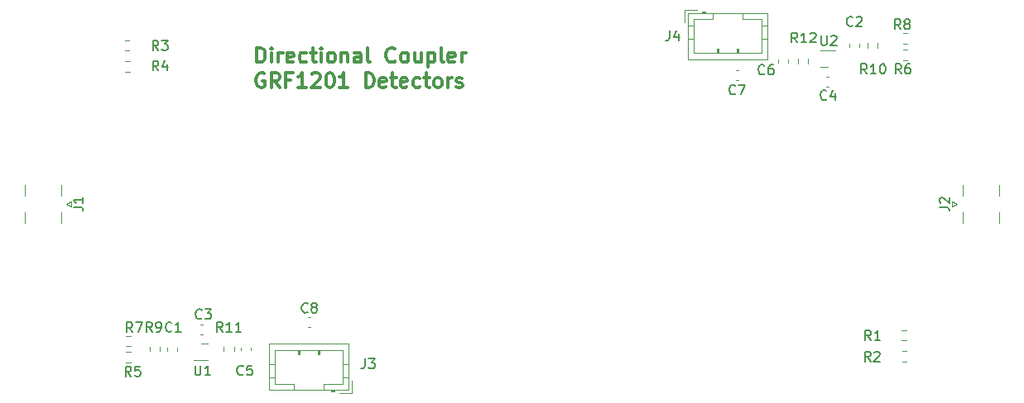
<source format=gbr>
%TF.GenerationSoftware,KiCad,Pcbnew,(6.0.1)*%
%TF.CreationDate,2022-02-11T17:03:31+00:00*%
%TF.ProjectId,Coupler,436f7570-6c65-4722-9e6b-696361645f70,rev?*%
%TF.SameCoordinates,Original*%
%TF.FileFunction,Legend,Top*%
%TF.FilePolarity,Positive*%
%FSLAX46Y46*%
G04 Gerber Fmt 4.6, Leading zero omitted, Abs format (unit mm)*
G04 Created by KiCad (PCBNEW (6.0.1)) date 2022-02-11 17:03:31*
%MOMM*%
%LPD*%
G01*
G04 APERTURE LIST*
%ADD10C,0.300000*%
%ADD11C,0.150000*%
%ADD12C,0.120000*%
G04 APERTURE END LIST*
D10*
X124677114Y-106641200D02*
X124534257Y-106569771D01*
X124319971Y-106569771D01*
X124105685Y-106641200D01*
X123962828Y-106784057D01*
X123891399Y-106926914D01*
X123819971Y-107212628D01*
X123819971Y-107426914D01*
X123891399Y-107712628D01*
X123962828Y-107855485D01*
X124105685Y-107998342D01*
X124319971Y-108069771D01*
X124462828Y-108069771D01*
X124677114Y-107998342D01*
X124748542Y-107926914D01*
X124748542Y-107426914D01*
X124462828Y-107426914D01*
X126248542Y-108069771D02*
X125748542Y-107355485D01*
X125391399Y-108069771D02*
X125391399Y-106569771D01*
X125962828Y-106569771D01*
X126105685Y-106641200D01*
X126177114Y-106712628D01*
X126248542Y-106855485D01*
X126248542Y-107069771D01*
X126177114Y-107212628D01*
X126105685Y-107284057D01*
X125962828Y-107355485D01*
X125391399Y-107355485D01*
X127391399Y-107284057D02*
X126891399Y-107284057D01*
X126891399Y-108069771D02*
X126891399Y-106569771D01*
X127605685Y-106569771D01*
X128962828Y-108069771D02*
X128105685Y-108069771D01*
X128534257Y-108069771D02*
X128534257Y-106569771D01*
X128391399Y-106784057D01*
X128248542Y-106926914D01*
X128105685Y-106998342D01*
X129534257Y-106712628D02*
X129605685Y-106641200D01*
X129748542Y-106569771D01*
X130105685Y-106569771D01*
X130248542Y-106641200D01*
X130319971Y-106712628D01*
X130391399Y-106855485D01*
X130391399Y-106998342D01*
X130319971Y-107212628D01*
X129462828Y-108069771D01*
X130391399Y-108069771D01*
X131319971Y-106569771D02*
X131462828Y-106569771D01*
X131605685Y-106641200D01*
X131677114Y-106712628D01*
X131748542Y-106855485D01*
X131819971Y-107141200D01*
X131819971Y-107498342D01*
X131748542Y-107784057D01*
X131677114Y-107926914D01*
X131605685Y-107998342D01*
X131462828Y-108069771D01*
X131319971Y-108069771D01*
X131177114Y-107998342D01*
X131105685Y-107926914D01*
X131034257Y-107784057D01*
X130962828Y-107498342D01*
X130962828Y-107141200D01*
X131034257Y-106855485D01*
X131105685Y-106712628D01*
X131177114Y-106641200D01*
X131319971Y-106569771D01*
X133248542Y-108069771D02*
X132391399Y-108069771D01*
X132819971Y-108069771D02*
X132819971Y-106569771D01*
X132677114Y-106784057D01*
X132534257Y-106926914D01*
X132391399Y-106998342D01*
X135034257Y-108069771D02*
X135034257Y-106569771D01*
X135391400Y-106569771D01*
X135605685Y-106641200D01*
X135748542Y-106784057D01*
X135819971Y-106926914D01*
X135891400Y-107212628D01*
X135891400Y-107426914D01*
X135819971Y-107712628D01*
X135748542Y-107855485D01*
X135605685Y-107998342D01*
X135391400Y-108069771D01*
X135034257Y-108069771D01*
X137105685Y-107998342D02*
X136962828Y-108069771D01*
X136677114Y-108069771D01*
X136534257Y-107998342D01*
X136462828Y-107855485D01*
X136462828Y-107284057D01*
X136534257Y-107141200D01*
X136677114Y-107069771D01*
X136962828Y-107069771D01*
X137105685Y-107141200D01*
X137177114Y-107284057D01*
X137177114Y-107426914D01*
X136462828Y-107569771D01*
X137605685Y-107069771D02*
X138177114Y-107069771D01*
X137819971Y-106569771D02*
X137819971Y-107855485D01*
X137891400Y-107998342D01*
X138034257Y-108069771D01*
X138177114Y-108069771D01*
X139248542Y-107998342D02*
X139105685Y-108069771D01*
X138819971Y-108069771D01*
X138677114Y-107998342D01*
X138605685Y-107855485D01*
X138605685Y-107284057D01*
X138677114Y-107141200D01*
X138819971Y-107069771D01*
X139105685Y-107069771D01*
X139248542Y-107141200D01*
X139319971Y-107284057D01*
X139319971Y-107426914D01*
X138605685Y-107569771D01*
X140605685Y-107998342D02*
X140462828Y-108069771D01*
X140177114Y-108069771D01*
X140034257Y-107998342D01*
X139962828Y-107926914D01*
X139891400Y-107784057D01*
X139891400Y-107355485D01*
X139962828Y-107212628D01*
X140034257Y-107141200D01*
X140177114Y-107069771D01*
X140462828Y-107069771D01*
X140605685Y-107141200D01*
X141034257Y-107069771D02*
X141605685Y-107069771D01*
X141248542Y-106569771D02*
X141248542Y-107855485D01*
X141319971Y-107998342D01*
X141462828Y-108069771D01*
X141605685Y-108069771D01*
X142319971Y-108069771D02*
X142177114Y-107998342D01*
X142105685Y-107926914D01*
X142034257Y-107784057D01*
X142034257Y-107355485D01*
X142105685Y-107212628D01*
X142177114Y-107141200D01*
X142319971Y-107069771D01*
X142534257Y-107069771D01*
X142677114Y-107141200D01*
X142748542Y-107212628D01*
X142819971Y-107355485D01*
X142819971Y-107784057D01*
X142748542Y-107926914D01*
X142677114Y-107998342D01*
X142534257Y-108069771D01*
X142319971Y-108069771D01*
X143462828Y-108069771D02*
X143462828Y-107069771D01*
X143462828Y-107355485D02*
X143534257Y-107212628D01*
X143605685Y-107141200D01*
X143748542Y-107069771D01*
X143891400Y-107069771D01*
X144319971Y-107998342D02*
X144462828Y-108069771D01*
X144748542Y-108069771D01*
X144891400Y-107998342D01*
X144962828Y-107855485D01*
X144962828Y-107784057D01*
X144891400Y-107641200D01*
X144748542Y-107569771D01*
X144534257Y-107569771D01*
X144391400Y-107498342D01*
X144319971Y-107355485D01*
X144319971Y-107284057D01*
X144391400Y-107141200D01*
X144534257Y-107069771D01*
X144748542Y-107069771D01*
X144891400Y-107141200D01*
X123921571Y-105478971D02*
X123921571Y-103978971D01*
X124278714Y-103978971D01*
X124493000Y-104050400D01*
X124635857Y-104193257D01*
X124707285Y-104336114D01*
X124778714Y-104621828D01*
X124778714Y-104836114D01*
X124707285Y-105121828D01*
X124635857Y-105264685D01*
X124493000Y-105407542D01*
X124278714Y-105478971D01*
X123921571Y-105478971D01*
X125421571Y-105478971D02*
X125421571Y-104478971D01*
X125421571Y-103978971D02*
X125350142Y-104050400D01*
X125421571Y-104121828D01*
X125493000Y-104050400D01*
X125421571Y-103978971D01*
X125421571Y-104121828D01*
X126135857Y-105478971D02*
X126135857Y-104478971D01*
X126135857Y-104764685D02*
X126207285Y-104621828D01*
X126278714Y-104550400D01*
X126421571Y-104478971D01*
X126564428Y-104478971D01*
X127635857Y-105407542D02*
X127493000Y-105478971D01*
X127207285Y-105478971D01*
X127064428Y-105407542D01*
X126993000Y-105264685D01*
X126993000Y-104693257D01*
X127064428Y-104550400D01*
X127207285Y-104478971D01*
X127493000Y-104478971D01*
X127635857Y-104550400D01*
X127707285Y-104693257D01*
X127707285Y-104836114D01*
X126993000Y-104978971D01*
X128993000Y-105407542D02*
X128850142Y-105478971D01*
X128564428Y-105478971D01*
X128421571Y-105407542D01*
X128350142Y-105336114D01*
X128278714Y-105193257D01*
X128278714Y-104764685D01*
X128350142Y-104621828D01*
X128421571Y-104550400D01*
X128564428Y-104478971D01*
X128850142Y-104478971D01*
X128993000Y-104550400D01*
X129421571Y-104478971D02*
X129993000Y-104478971D01*
X129635857Y-103978971D02*
X129635857Y-105264685D01*
X129707285Y-105407542D01*
X129850142Y-105478971D01*
X129993000Y-105478971D01*
X130493000Y-105478971D02*
X130493000Y-104478971D01*
X130493000Y-103978971D02*
X130421571Y-104050400D01*
X130493000Y-104121828D01*
X130564428Y-104050400D01*
X130493000Y-103978971D01*
X130493000Y-104121828D01*
X131421571Y-105478971D02*
X131278714Y-105407542D01*
X131207285Y-105336114D01*
X131135857Y-105193257D01*
X131135857Y-104764685D01*
X131207285Y-104621828D01*
X131278714Y-104550400D01*
X131421571Y-104478971D01*
X131635857Y-104478971D01*
X131778714Y-104550400D01*
X131850142Y-104621828D01*
X131921571Y-104764685D01*
X131921571Y-105193257D01*
X131850142Y-105336114D01*
X131778714Y-105407542D01*
X131635857Y-105478971D01*
X131421571Y-105478971D01*
X132564428Y-104478971D02*
X132564428Y-105478971D01*
X132564428Y-104621828D02*
X132635857Y-104550400D01*
X132778714Y-104478971D01*
X132993000Y-104478971D01*
X133135857Y-104550400D01*
X133207285Y-104693257D01*
X133207285Y-105478971D01*
X134564428Y-105478971D02*
X134564428Y-104693257D01*
X134493000Y-104550400D01*
X134350142Y-104478971D01*
X134064428Y-104478971D01*
X133921571Y-104550400D01*
X134564428Y-105407542D02*
X134421571Y-105478971D01*
X134064428Y-105478971D01*
X133921571Y-105407542D01*
X133850142Y-105264685D01*
X133850142Y-105121828D01*
X133921571Y-104978971D01*
X134064428Y-104907542D01*
X134421571Y-104907542D01*
X134564428Y-104836114D01*
X135493000Y-105478971D02*
X135350142Y-105407542D01*
X135278714Y-105264685D01*
X135278714Y-103978971D01*
X138064428Y-105336114D02*
X137993000Y-105407542D01*
X137778714Y-105478971D01*
X137635857Y-105478971D01*
X137421571Y-105407542D01*
X137278714Y-105264685D01*
X137207285Y-105121828D01*
X137135857Y-104836114D01*
X137135857Y-104621828D01*
X137207285Y-104336114D01*
X137278714Y-104193257D01*
X137421571Y-104050400D01*
X137635857Y-103978971D01*
X137778714Y-103978971D01*
X137993000Y-104050400D01*
X138064428Y-104121828D01*
X138921571Y-105478971D02*
X138778714Y-105407542D01*
X138707285Y-105336114D01*
X138635857Y-105193257D01*
X138635857Y-104764685D01*
X138707285Y-104621828D01*
X138778714Y-104550400D01*
X138921571Y-104478971D01*
X139135857Y-104478971D01*
X139278714Y-104550400D01*
X139350142Y-104621828D01*
X139421571Y-104764685D01*
X139421571Y-105193257D01*
X139350142Y-105336114D01*
X139278714Y-105407542D01*
X139135857Y-105478971D01*
X138921571Y-105478971D01*
X140707285Y-104478971D02*
X140707285Y-105478971D01*
X140064428Y-104478971D02*
X140064428Y-105264685D01*
X140135857Y-105407542D01*
X140278714Y-105478971D01*
X140493000Y-105478971D01*
X140635857Y-105407542D01*
X140707285Y-105336114D01*
X141421571Y-104478971D02*
X141421571Y-105978971D01*
X141421571Y-104550400D02*
X141564428Y-104478971D01*
X141850142Y-104478971D01*
X141993000Y-104550400D01*
X142064428Y-104621828D01*
X142135857Y-104764685D01*
X142135857Y-105193257D01*
X142064428Y-105336114D01*
X141993000Y-105407542D01*
X141850142Y-105478971D01*
X141564428Y-105478971D01*
X141421571Y-105407542D01*
X142993000Y-105478971D02*
X142850142Y-105407542D01*
X142778714Y-105264685D01*
X142778714Y-103978971D01*
X144135857Y-105407542D02*
X143993000Y-105478971D01*
X143707285Y-105478971D01*
X143564428Y-105407542D01*
X143493000Y-105264685D01*
X143493000Y-104693257D01*
X143564428Y-104550400D01*
X143707285Y-104478971D01*
X143993000Y-104478971D01*
X144135857Y-104550400D01*
X144207285Y-104693257D01*
X144207285Y-104836114D01*
X143493000Y-104978971D01*
X144850142Y-105478971D02*
X144850142Y-104478971D01*
X144850142Y-104764685D02*
X144921571Y-104621828D01*
X144993000Y-104550400D01*
X145135857Y-104478971D01*
X145278714Y-104478971D01*
D11*
%TO.C,C6*%
X175829933Y-106630742D02*
X175782314Y-106678361D01*
X175639457Y-106725980D01*
X175544219Y-106725980D01*
X175401361Y-106678361D01*
X175306123Y-106583123D01*
X175258504Y-106487885D01*
X175210885Y-106297409D01*
X175210885Y-106154552D01*
X175258504Y-105964076D01*
X175306123Y-105868838D01*
X175401361Y-105773600D01*
X175544219Y-105725980D01*
X175639457Y-105725980D01*
X175782314Y-105773600D01*
X175829933Y-105821219D01*
X176687076Y-105725980D02*
X176496600Y-105725980D01*
X176401361Y-105773600D01*
X176353742Y-105821219D01*
X176258504Y-105964076D01*
X176210885Y-106154552D01*
X176210885Y-106535504D01*
X176258504Y-106630742D01*
X176306123Y-106678361D01*
X176401361Y-106725980D01*
X176591838Y-106725980D01*
X176687076Y-106678361D01*
X176734695Y-106630742D01*
X176782314Y-106535504D01*
X176782314Y-106297409D01*
X176734695Y-106202171D01*
X176687076Y-106154552D01*
X176591838Y-106106933D01*
X176401361Y-106106933D01*
X176306123Y-106154552D01*
X176258504Y-106202171D01*
X176210885Y-106297409D01*
%TO.C,R7*%
X111186933Y-133141980D02*
X110853600Y-132665790D01*
X110615504Y-133141980D02*
X110615504Y-132141980D01*
X110996457Y-132141980D01*
X111091695Y-132189600D01*
X111139314Y-132237219D01*
X111186933Y-132332457D01*
X111186933Y-132475314D01*
X111139314Y-132570552D01*
X111091695Y-132618171D01*
X110996457Y-132665790D01*
X110615504Y-132665790D01*
X111520266Y-132141980D02*
X112186933Y-132141980D01*
X111758361Y-133141980D01*
%TO.C,R12*%
X179189142Y-103449380D02*
X178855809Y-102973190D01*
X178617714Y-103449380D02*
X178617714Y-102449380D01*
X178998666Y-102449380D01*
X179093904Y-102497000D01*
X179141523Y-102544619D01*
X179189142Y-102639857D01*
X179189142Y-102782714D01*
X179141523Y-102877952D01*
X179093904Y-102925571D01*
X178998666Y-102973190D01*
X178617714Y-102973190D01*
X180141523Y-103449380D02*
X179570095Y-103449380D01*
X179855809Y-103449380D02*
X179855809Y-102449380D01*
X179760571Y-102592238D01*
X179665333Y-102687476D01*
X179570095Y-102735095D01*
X180522476Y-102544619D02*
X180570095Y-102497000D01*
X180665333Y-102449380D01*
X180903428Y-102449380D01*
X180998666Y-102497000D01*
X181046285Y-102544619D01*
X181093904Y-102639857D01*
X181093904Y-102735095D01*
X181046285Y-102877952D01*
X180474857Y-103449380D01*
X181093904Y-103449380D01*
%TO.C,R8*%
X189749133Y-102077780D02*
X189415800Y-101601590D01*
X189177704Y-102077780D02*
X189177704Y-101077780D01*
X189558657Y-101077780D01*
X189653895Y-101125400D01*
X189701514Y-101173019D01*
X189749133Y-101268257D01*
X189749133Y-101411114D01*
X189701514Y-101506352D01*
X189653895Y-101553971D01*
X189558657Y-101601590D01*
X189177704Y-101601590D01*
X190320561Y-101506352D02*
X190225323Y-101458733D01*
X190177704Y-101411114D01*
X190130085Y-101315876D01*
X190130085Y-101268257D01*
X190177704Y-101173019D01*
X190225323Y-101125400D01*
X190320561Y-101077780D01*
X190511038Y-101077780D01*
X190606276Y-101125400D01*
X190653895Y-101173019D01*
X190701514Y-101268257D01*
X190701514Y-101315876D01*
X190653895Y-101411114D01*
X190606276Y-101458733D01*
X190511038Y-101506352D01*
X190320561Y-101506352D01*
X190225323Y-101553971D01*
X190177704Y-101601590D01*
X190130085Y-101696828D01*
X190130085Y-101887304D01*
X190177704Y-101982542D01*
X190225323Y-102030161D01*
X190320561Y-102077780D01*
X190511038Y-102077780D01*
X190606276Y-102030161D01*
X190653895Y-101982542D01*
X190701514Y-101887304D01*
X190701514Y-101696828D01*
X190653895Y-101601590D01*
X190606276Y-101553971D01*
X190511038Y-101506352D01*
%TO.C,R5*%
X111059933Y-137663180D02*
X110726600Y-137186990D01*
X110488504Y-137663180D02*
X110488504Y-136663180D01*
X110869457Y-136663180D01*
X110964695Y-136710800D01*
X111012314Y-136758419D01*
X111059933Y-136853657D01*
X111059933Y-136996514D01*
X111012314Y-137091752D01*
X110964695Y-137139371D01*
X110869457Y-137186990D01*
X110488504Y-137186990D01*
X111964695Y-136663180D02*
X111488504Y-136663180D01*
X111440885Y-137139371D01*
X111488504Y-137091752D01*
X111583742Y-137044133D01*
X111821838Y-137044133D01*
X111917076Y-137091752D01*
X111964695Y-137139371D01*
X112012314Y-137234609D01*
X112012314Y-137472704D01*
X111964695Y-137567942D01*
X111917076Y-137615561D01*
X111821838Y-137663180D01*
X111583742Y-137663180D01*
X111488504Y-137615561D01*
X111440885Y-137567942D01*
%TO.C,J3*%
X134972466Y-135875780D02*
X134972466Y-136590066D01*
X134924847Y-136732923D01*
X134829609Y-136828161D01*
X134686752Y-136875780D01*
X134591514Y-136875780D01*
X135353419Y-135875780D02*
X135972466Y-135875780D01*
X135639133Y-136256733D01*
X135781990Y-136256733D01*
X135877228Y-136304352D01*
X135924847Y-136351971D01*
X135972466Y-136447209D01*
X135972466Y-136685304D01*
X135924847Y-136780542D01*
X135877228Y-136828161D01*
X135781990Y-136875780D01*
X135496276Y-136875780D01*
X135401038Y-136828161D01*
X135353419Y-136780542D01*
%TO.C,U2*%
X181635495Y-102728780D02*
X181635495Y-103538304D01*
X181683114Y-103633542D01*
X181730733Y-103681161D01*
X181825971Y-103728780D01*
X182016447Y-103728780D01*
X182111685Y-103681161D01*
X182159304Y-103633542D01*
X182206923Y-103538304D01*
X182206923Y-102728780D01*
X182635495Y-102824019D02*
X182683114Y-102776400D01*
X182778352Y-102728780D01*
X183016447Y-102728780D01*
X183111685Y-102776400D01*
X183159304Y-102824019D01*
X183206923Y-102919257D01*
X183206923Y-103014495D01*
X183159304Y-103157352D01*
X182587876Y-103728780D01*
X183206923Y-103728780D01*
%TO.C,R10*%
X186301142Y-106649780D02*
X185967809Y-106173590D01*
X185729714Y-106649780D02*
X185729714Y-105649780D01*
X186110666Y-105649780D01*
X186205904Y-105697400D01*
X186253523Y-105745019D01*
X186301142Y-105840257D01*
X186301142Y-105983114D01*
X186253523Y-106078352D01*
X186205904Y-106125971D01*
X186110666Y-106173590D01*
X185729714Y-106173590D01*
X187253523Y-106649780D02*
X186682095Y-106649780D01*
X186967809Y-106649780D02*
X186967809Y-105649780D01*
X186872571Y-105792638D01*
X186777333Y-105887876D01*
X186682095Y-105935495D01*
X187872571Y-105649780D02*
X187967809Y-105649780D01*
X188063047Y-105697400D01*
X188110666Y-105745019D01*
X188158285Y-105840257D01*
X188205904Y-106030733D01*
X188205904Y-106268828D01*
X188158285Y-106459304D01*
X188110666Y-106554542D01*
X188063047Y-106602161D01*
X187967809Y-106649780D01*
X187872571Y-106649780D01*
X187777333Y-106602161D01*
X187729714Y-106554542D01*
X187682095Y-106459304D01*
X187634476Y-106268828D01*
X187634476Y-106030733D01*
X187682095Y-105840257D01*
X187729714Y-105745019D01*
X187777333Y-105697400D01*
X187872571Y-105649780D01*
%TO.C,C3*%
X118273533Y-131700542D02*
X118225914Y-131748161D01*
X118083057Y-131795780D01*
X117987819Y-131795780D01*
X117844961Y-131748161D01*
X117749723Y-131652923D01*
X117702104Y-131557685D01*
X117654485Y-131367209D01*
X117654485Y-131224352D01*
X117702104Y-131033876D01*
X117749723Y-130938638D01*
X117844961Y-130843400D01*
X117987819Y-130795780D01*
X118083057Y-130795780D01*
X118225914Y-130843400D01*
X118273533Y-130891019D01*
X118606866Y-130795780D02*
X119225914Y-130795780D01*
X118892580Y-131176733D01*
X119035438Y-131176733D01*
X119130676Y-131224352D01*
X119178295Y-131271971D01*
X119225914Y-131367209D01*
X119225914Y-131605304D01*
X119178295Y-131700542D01*
X119130676Y-131748161D01*
X119035438Y-131795780D01*
X118749723Y-131795780D01*
X118654485Y-131748161D01*
X118606866Y-131700542D01*
%TO.C,C8*%
X129119333Y-131057942D02*
X129071714Y-131105561D01*
X128928857Y-131153180D01*
X128833619Y-131153180D01*
X128690761Y-131105561D01*
X128595523Y-131010323D01*
X128547904Y-130915085D01*
X128500285Y-130724609D01*
X128500285Y-130581752D01*
X128547904Y-130391276D01*
X128595523Y-130296038D01*
X128690761Y-130200800D01*
X128833619Y-130153180D01*
X128928857Y-130153180D01*
X129071714Y-130200800D01*
X129119333Y-130248419D01*
X129690761Y-130581752D02*
X129595523Y-130534133D01*
X129547904Y-130486514D01*
X129500285Y-130391276D01*
X129500285Y-130343657D01*
X129547904Y-130248419D01*
X129595523Y-130200800D01*
X129690761Y-130153180D01*
X129881238Y-130153180D01*
X129976476Y-130200800D01*
X130024095Y-130248419D01*
X130071714Y-130343657D01*
X130071714Y-130391276D01*
X130024095Y-130486514D01*
X129976476Y-130534133D01*
X129881238Y-130581752D01*
X129690761Y-130581752D01*
X129595523Y-130629371D01*
X129547904Y-130676990D01*
X129500285Y-130772228D01*
X129500285Y-130962704D01*
X129547904Y-131057942D01*
X129595523Y-131105561D01*
X129690761Y-131153180D01*
X129881238Y-131153180D01*
X129976476Y-131105561D01*
X130024095Y-131057942D01*
X130071714Y-130962704D01*
X130071714Y-130772228D01*
X130024095Y-130676990D01*
X129976476Y-130629371D01*
X129881238Y-130581752D01*
%TO.C,J4*%
X166138266Y-102246180D02*
X166138266Y-102960466D01*
X166090647Y-103103323D01*
X165995409Y-103198561D01*
X165852552Y-103246180D01*
X165757314Y-103246180D01*
X167043028Y-102579514D02*
X167043028Y-103246180D01*
X166804933Y-102198561D02*
X166566838Y-102912847D01*
X167185885Y-102912847D01*
%TO.C,R1*%
X186726533Y-133954780D02*
X186393200Y-133478590D01*
X186155104Y-133954780D02*
X186155104Y-132954780D01*
X186536057Y-132954780D01*
X186631295Y-133002400D01*
X186678914Y-133050019D01*
X186726533Y-133145257D01*
X186726533Y-133288114D01*
X186678914Y-133383352D01*
X186631295Y-133430971D01*
X186536057Y-133478590D01*
X186155104Y-133478590D01*
X187678914Y-133954780D02*
X187107485Y-133954780D01*
X187393200Y-133954780D02*
X187393200Y-132954780D01*
X187297961Y-133097638D01*
X187202723Y-133192876D01*
X187107485Y-133240495D01*
%TO.C,J1*%
X105152380Y-120333333D02*
X105866666Y-120333333D01*
X106009523Y-120380952D01*
X106104761Y-120476190D01*
X106152380Y-120619047D01*
X106152380Y-120714285D01*
X106152380Y-119333333D02*
X106152380Y-119904761D01*
X106152380Y-119619047D02*
X105152380Y-119619047D01*
X105295238Y-119714285D01*
X105390476Y-119809523D01*
X105438095Y-119904761D01*
%TO.C,R6*%
X189825333Y-106649780D02*
X189492000Y-106173590D01*
X189253904Y-106649780D02*
X189253904Y-105649780D01*
X189634857Y-105649780D01*
X189730095Y-105697400D01*
X189777714Y-105745019D01*
X189825333Y-105840257D01*
X189825333Y-105983114D01*
X189777714Y-106078352D01*
X189730095Y-106125971D01*
X189634857Y-106173590D01*
X189253904Y-106173590D01*
X190682476Y-105649780D02*
X190492000Y-105649780D01*
X190396761Y-105697400D01*
X190349142Y-105745019D01*
X190253904Y-105887876D01*
X190206285Y-106078352D01*
X190206285Y-106459304D01*
X190253904Y-106554542D01*
X190301523Y-106602161D01*
X190396761Y-106649780D01*
X190587238Y-106649780D01*
X190682476Y-106602161D01*
X190730095Y-106554542D01*
X190777714Y-106459304D01*
X190777714Y-106221209D01*
X190730095Y-106125971D01*
X190682476Y-106078352D01*
X190587238Y-106030733D01*
X190396761Y-106030733D01*
X190301523Y-106078352D01*
X190253904Y-106125971D01*
X190206285Y-106221209D01*
%TO.C,J2*%
X193752380Y-120333333D02*
X194466666Y-120333333D01*
X194609523Y-120380952D01*
X194704761Y-120476190D01*
X194752380Y-120619047D01*
X194752380Y-120714285D01*
X193847619Y-119904761D02*
X193800000Y-119857142D01*
X193752380Y-119761904D01*
X193752380Y-119523809D01*
X193800000Y-119428571D01*
X193847619Y-119380952D01*
X193942857Y-119333333D01*
X194038095Y-119333333D01*
X194180952Y-119380952D01*
X194752380Y-119952380D01*
X194752380Y-119333333D01*
%TO.C,R4*%
X113853933Y-106319580D02*
X113520600Y-105843390D01*
X113282504Y-106319580D02*
X113282504Y-105319580D01*
X113663457Y-105319580D01*
X113758695Y-105367200D01*
X113806314Y-105414819D01*
X113853933Y-105510057D01*
X113853933Y-105652914D01*
X113806314Y-105748152D01*
X113758695Y-105795771D01*
X113663457Y-105843390D01*
X113282504Y-105843390D01*
X114711076Y-105652914D02*
X114711076Y-106319580D01*
X114472980Y-105271961D02*
X114234885Y-105986247D01*
X114853933Y-105986247D01*
%TO.C,U1*%
X117602095Y-136561580D02*
X117602095Y-137371104D01*
X117649714Y-137466342D01*
X117697333Y-137513961D01*
X117792571Y-137561580D01*
X117983047Y-137561580D01*
X118078285Y-137513961D01*
X118125904Y-137466342D01*
X118173523Y-137371104D01*
X118173523Y-136561580D01*
X119173523Y-137561580D02*
X118602095Y-137561580D01*
X118887809Y-137561580D02*
X118887809Y-136561580D01*
X118792571Y-136704438D01*
X118697333Y-136799676D01*
X118602095Y-136847295D01*
%TO.C,R9*%
X113193533Y-133116580D02*
X112860200Y-132640390D01*
X112622104Y-133116580D02*
X112622104Y-132116580D01*
X113003057Y-132116580D01*
X113098295Y-132164200D01*
X113145914Y-132211819D01*
X113193533Y-132307057D01*
X113193533Y-132449914D01*
X113145914Y-132545152D01*
X113098295Y-132592771D01*
X113003057Y-132640390D01*
X112622104Y-132640390D01*
X113669723Y-133116580D02*
X113860200Y-133116580D01*
X113955438Y-133068961D01*
X114003057Y-133021342D01*
X114098295Y-132878485D01*
X114145914Y-132688009D01*
X114145914Y-132307057D01*
X114098295Y-132211819D01*
X114050676Y-132164200D01*
X113955438Y-132116580D01*
X113764961Y-132116580D01*
X113669723Y-132164200D01*
X113622104Y-132211819D01*
X113574485Y-132307057D01*
X113574485Y-132545152D01*
X113622104Y-132640390D01*
X113669723Y-132688009D01*
X113764961Y-132735628D01*
X113955438Y-132735628D01*
X114050676Y-132688009D01*
X114098295Y-132640390D01*
X114145914Y-132545152D01*
%TO.C,C4*%
X182179933Y-109246942D02*
X182132314Y-109294561D01*
X181989457Y-109342180D01*
X181894219Y-109342180D01*
X181751361Y-109294561D01*
X181656123Y-109199323D01*
X181608504Y-109104085D01*
X181560885Y-108913609D01*
X181560885Y-108770752D01*
X181608504Y-108580276D01*
X181656123Y-108485038D01*
X181751361Y-108389800D01*
X181894219Y-108342180D01*
X181989457Y-108342180D01*
X182132314Y-108389800D01*
X182179933Y-108437419D01*
X183037076Y-108675514D02*
X183037076Y-109342180D01*
X182798980Y-108294561D02*
X182560885Y-109008847D01*
X183179933Y-109008847D01*
%TO.C,R2*%
X186675733Y-136139180D02*
X186342400Y-135662990D01*
X186104304Y-136139180D02*
X186104304Y-135139180D01*
X186485257Y-135139180D01*
X186580495Y-135186800D01*
X186628114Y-135234419D01*
X186675733Y-135329657D01*
X186675733Y-135472514D01*
X186628114Y-135567752D01*
X186580495Y-135615371D01*
X186485257Y-135662990D01*
X186104304Y-135662990D01*
X187056685Y-135234419D02*
X187104304Y-135186800D01*
X187199542Y-135139180D01*
X187437638Y-135139180D01*
X187532876Y-135186800D01*
X187580495Y-135234419D01*
X187628114Y-135329657D01*
X187628114Y-135424895D01*
X187580495Y-135567752D01*
X187009066Y-136139180D01*
X187628114Y-136139180D01*
%TO.C,C7*%
X172858133Y-108688142D02*
X172810514Y-108735761D01*
X172667657Y-108783380D01*
X172572419Y-108783380D01*
X172429561Y-108735761D01*
X172334323Y-108640523D01*
X172286704Y-108545285D01*
X172239085Y-108354809D01*
X172239085Y-108211952D01*
X172286704Y-108021476D01*
X172334323Y-107926238D01*
X172429561Y-107831000D01*
X172572419Y-107783380D01*
X172667657Y-107783380D01*
X172810514Y-107831000D01*
X172858133Y-107878619D01*
X173191466Y-107783380D02*
X173858133Y-107783380D01*
X173429561Y-108783380D01*
%TO.C,C1*%
X115200133Y-133021342D02*
X115152514Y-133068961D01*
X115009657Y-133116580D01*
X114914419Y-133116580D01*
X114771561Y-133068961D01*
X114676323Y-132973723D01*
X114628704Y-132878485D01*
X114581085Y-132688009D01*
X114581085Y-132545152D01*
X114628704Y-132354676D01*
X114676323Y-132259438D01*
X114771561Y-132164200D01*
X114914419Y-132116580D01*
X115009657Y-132116580D01*
X115152514Y-132164200D01*
X115200133Y-132211819D01*
X116152514Y-133116580D02*
X115581085Y-133116580D01*
X115866800Y-133116580D02*
X115866800Y-132116580D01*
X115771561Y-132259438D01*
X115676323Y-132354676D01*
X115581085Y-132402295D01*
%TO.C,R11*%
X120413542Y-133116580D02*
X120080209Y-132640390D01*
X119842114Y-133116580D02*
X119842114Y-132116580D01*
X120223066Y-132116580D01*
X120318304Y-132164200D01*
X120365923Y-132211819D01*
X120413542Y-132307057D01*
X120413542Y-132449914D01*
X120365923Y-132545152D01*
X120318304Y-132592771D01*
X120223066Y-132640390D01*
X119842114Y-132640390D01*
X121365923Y-133116580D02*
X120794495Y-133116580D01*
X121080209Y-133116580D02*
X121080209Y-132116580D01*
X120984971Y-132259438D01*
X120889733Y-132354676D01*
X120794495Y-132402295D01*
X122318304Y-133116580D02*
X121746876Y-133116580D01*
X122032590Y-133116580D02*
X122032590Y-132116580D01*
X121937352Y-132259438D01*
X121842114Y-132354676D01*
X121746876Y-132402295D01*
%TO.C,C2*%
X184872333Y-101703142D02*
X184824714Y-101750761D01*
X184681857Y-101798380D01*
X184586619Y-101798380D01*
X184443761Y-101750761D01*
X184348523Y-101655523D01*
X184300904Y-101560285D01*
X184253285Y-101369809D01*
X184253285Y-101226952D01*
X184300904Y-101036476D01*
X184348523Y-100941238D01*
X184443761Y-100846000D01*
X184586619Y-100798380D01*
X184681857Y-100798380D01*
X184824714Y-100846000D01*
X184872333Y-100893619D01*
X185253285Y-100893619D02*
X185300904Y-100846000D01*
X185396142Y-100798380D01*
X185634238Y-100798380D01*
X185729476Y-100846000D01*
X185777095Y-100893619D01*
X185824714Y-100988857D01*
X185824714Y-101084095D01*
X185777095Y-101226952D01*
X185205666Y-101798380D01*
X185824714Y-101798380D01*
%TO.C,C5*%
X122515333Y-137466342D02*
X122467714Y-137513961D01*
X122324857Y-137561580D01*
X122229619Y-137561580D01*
X122086761Y-137513961D01*
X121991523Y-137418723D01*
X121943904Y-137323485D01*
X121896285Y-137133009D01*
X121896285Y-136990152D01*
X121943904Y-136799676D01*
X121991523Y-136704438D01*
X122086761Y-136609200D01*
X122229619Y-136561580D01*
X122324857Y-136561580D01*
X122467714Y-136609200D01*
X122515333Y-136656819D01*
X123420095Y-136561580D02*
X122943904Y-136561580D01*
X122896285Y-137037771D01*
X122943904Y-136990152D01*
X123039142Y-136942533D01*
X123277238Y-136942533D01*
X123372476Y-136990152D01*
X123420095Y-137037771D01*
X123467714Y-137133009D01*
X123467714Y-137371104D01*
X123420095Y-137466342D01*
X123372476Y-137513961D01*
X123277238Y-137561580D01*
X123039142Y-137561580D01*
X122943904Y-137513961D01*
X122896285Y-137466342D01*
%TO.C,R3*%
X113853933Y-104236780D02*
X113520600Y-103760590D01*
X113282504Y-104236780D02*
X113282504Y-103236780D01*
X113663457Y-103236780D01*
X113758695Y-103284400D01*
X113806314Y-103332019D01*
X113853933Y-103427257D01*
X113853933Y-103570114D01*
X113806314Y-103665352D01*
X113758695Y-103712971D01*
X113663457Y-103760590D01*
X113282504Y-103760590D01*
X114187266Y-103236780D02*
X114806314Y-103236780D01*
X114472980Y-103617733D01*
X114615838Y-103617733D01*
X114711076Y-103665352D01*
X114758695Y-103712971D01*
X114806314Y-103808209D01*
X114806314Y-104046304D01*
X114758695Y-104141542D01*
X114711076Y-104189161D01*
X114615838Y-104236780D01*
X114330123Y-104236780D01*
X114234885Y-104189161D01*
X114187266Y-104141542D01*
D12*
%TO.C,C6*%
X178259200Y-105218620D02*
X178259200Y-105499780D01*
X177239200Y-105218620D02*
X177239200Y-105499780D01*
%TO.C,R7*%
X111032058Y-133538700D02*
X110557542Y-133538700D01*
X111032058Y-134583700D02*
X110557542Y-134583700D01*
%TO.C,R12*%
X179258700Y-105121942D02*
X179258700Y-105596458D01*
X180303700Y-105121942D02*
X180303700Y-105596458D01*
%TO.C,R8*%
X190008742Y-102499900D02*
X190483258Y-102499900D01*
X190008742Y-103544900D02*
X190483258Y-103544900D01*
%TO.C,R5*%
X110544342Y-135189700D02*
X111018858Y-135189700D01*
X110544342Y-136234700D02*
X111018858Y-136234700D01*
%TO.C,J3*%
X128335200Y-134952800D02*
X128335200Y-135452800D01*
X125175200Y-134342800D02*
X125175200Y-139062800D01*
X128135200Y-135452800D02*
X128135200Y-134952800D01*
X130335200Y-134952800D02*
X130335200Y-135452800D01*
X125175200Y-139062800D02*
X133295200Y-139062800D01*
X130735200Y-138452800D02*
X132685200Y-138452800D01*
X130335200Y-135452800D02*
X130135200Y-135452800D01*
X132685200Y-134952800D02*
X125785200Y-134952800D01*
X131535200Y-139162800D02*
X131835200Y-139162800D01*
X125175200Y-136452800D02*
X125785200Y-136452800D01*
X125785200Y-138452800D02*
X127735200Y-138452800D01*
X130735200Y-139062800D02*
X130735200Y-138452800D01*
X132345200Y-139362800D02*
X133595200Y-139362800D01*
X128335200Y-135452800D02*
X128135200Y-135452800D01*
X133295200Y-139062800D02*
X133295200Y-134342800D01*
X133295200Y-137752800D02*
X132685200Y-137752800D01*
X133295200Y-134342800D02*
X125175200Y-134342800D01*
X127735200Y-138452800D02*
X127735200Y-139062800D01*
X128235200Y-134952800D02*
X128235200Y-135452800D01*
X131535200Y-139062800D02*
X131535200Y-139262800D01*
X131535200Y-139262800D02*
X131835200Y-139262800D01*
X132685200Y-138452800D02*
X132685200Y-134952800D01*
X130135200Y-135452800D02*
X130135200Y-134952800D01*
X131835200Y-139262800D02*
X131835200Y-139062800D01*
X133595200Y-139362800D02*
X133595200Y-138112800D01*
X125785200Y-134952800D02*
X125785200Y-138452800D01*
X130235200Y-134952800D02*
X130235200Y-135452800D01*
X133295200Y-136452800D02*
X132685200Y-136452800D01*
X125175200Y-137752800D02*
X125785200Y-137752800D01*
%TO.C,U2*%
X183071200Y-104280600D02*
X181571200Y-104280600D01*
X182321200Y-105980600D02*
X181571200Y-105980600D01*
%TO.C,R10*%
X187390300Y-103521742D02*
X187390300Y-103996258D01*
X186345300Y-103521742D02*
X186345300Y-103996258D01*
%TO.C,C3*%
X118428380Y-133402800D02*
X118147220Y-133402800D01*
X118428380Y-132382800D02*
X118147220Y-132382800D01*
%TO.C,C8*%
X129145420Y-131620800D02*
X129426580Y-131620800D01*
X129145420Y-132640800D02*
X129426580Y-132640800D01*
%TO.C,J4*%
X173559600Y-101043800D02*
X173559600Y-100433800D01*
X167999600Y-100433800D02*
X167999600Y-105153800D01*
X170959600Y-104043800D02*
X171159600Y-104043800D01*
X173059600Y-104543800D02*
X173059600Y-104043800D01*
X172959600Y-104043800D02*
X173159600Y-104043800D01*
X170959600Y-104543800D02*
X170959600Y-104043800D01*
X175509600Y-104543800D02*
X175509600Y-101043800D01*
X167999600Y-103043800D02*
X168609600Y-103043800D01*
X167999600Y-105153800D02*
X176119600Y-105153800D01*
X169759600Y-100233800D02*
X169459600Y-100233800D01*
X176119600Y-101743800D02*
X175509600Y-101743800D01*
X171159600Y-104043800D02*
X171159600Y-104543800D01*
X168949600Y-100133800D02*
X167699600Y-100133800D01*
X172959600Y-104543800D02*
X172959600Y-104043800D01*
X170559600Y-101043800D02*
X168609600Y-101043800D01*
X167999600Y-101743800D02*
X168609600Y-101743800D01*
X176119600Y-100433800D02*
X167999600Y-100433800D01*
X176119600Y-103043800D02*
X175509600Y-103043800D01*
X169459600Y-100233800D02*
X169459600Y-100433800D01*
X176119600Y-105153800D02*
X176119600Y-100433800D01*
X168609600Y-104543800D02*
X175509600Y-104543800D01*
X168609600Y-101043800D02*
X168609600Y-104543800D01*
X169759600Y-100333800D02*
X169459600Y-100333800D01*
X173159600Y-104043800D02*
X173159600Y-104543800D01*
X167699600Y-100133800D02*
X167699600Y-101383800D01*
X170559600Y-100433800D02*
X170559600Y-101043800D01*
X171059600Y-104543800D02*
X171059600Y-104043800D01*
X169759600Y-100433800D02*
X169759600Y-100233800D01*
X175509600Y-101043800D02*
X173559600Y-101043800D01*
%TO.C,R1*%
X190356258Y-133999500D02*
X189881742Y-133999500D01*
X190356258Y-132954500D02*
X189881742Y-132954500D01*
%TO.C,J1*%
X103910000Y-118050000D02*
X103910000Y-119160000D01*
X100200000Y-120840000D02*
X100200000Y-121950000D01*
X100200000Y-118050000D02*
X100200000Y-119160000D01*
X104460000Y-120000000D02*
X104960000Y-120250000D01*
X103910000Y-120840000D02*
X103910000Y-121950000D01*
X104960000Y-120250000D02*
X104960000Y-119750000D01*
X104960000Y-119750000D02*
X104460000Y-120000000D01*
%TO.C,R6*%
X190483258Y-105246700D02*
X190008742Y-105246700D01*
X190483258Y-104201700D02*
X190008742Y-104201700D01*
%TO.C,J2*%
X199800000Y-121950000D02*
X199800000Y-120840000D01*
X195040000Y-119750000D02*
X195040000Y-120250000D01*
X196090000Y-121950000D02*
X196090000Y-120840000D01*
X195040000Y-120250000D02*
X195540000Y-120000000D01*
X199800000Y-119160000D02*
X199800000Y-118050000D01*
X195540000Y-120000000D02*
X195040000Y-119750000D01*
X196090000Y-119160000D02*
X196090000Y-118050000D01*
%TO.C,R4*%
X110455942Y-105370100D02*
X110930458Y-105370100D01*
X110455942Y-106415100D02*
X110930458Y-106415100D01*
%TO.C,U1*%
X118186200Y-134303400D02*
X118936200Y-134303400D01*
X117436200Y-136003400D02*
X118936200Y-136003400D01*
%TO.C,R9*%
X113984300Y-134611342D02*
X113984300Y-135085858D01*
X112939300Y-134611342D02*
X112939300Y-135085858D01*
%TO.C,C4*%
X182129820Y-106932000D02*
X182410980Y-106932000D01*
X182129820Y-107952000D02*
X182410980Y-107952000D01*
%TO.C,R2*%
X190381658Y-135088100D02*
X189907142Y-135088100D01*
X190381658Y-136133100D02*
X189907142Y-136133100D01*
%TO.C,C7*%
X172909620Y-106246200D02*
X173190780Y-106246200D01*
X172909620Y-107266200D02*
X173190780Y-107266200D01*
%TO.C,C1*%
X114780600Y-134771820D02*
X114780600Y-135052980D01*
X115800600Y-134771820D02*
X115800600Y-135052980D01*
%TO.C,R11*%
X121578900Y-135085858D02*
X121578900Y-134611342D01*
X120533900Y-135085858D02*
X120533900Y-134611342D01*
%TO.C,C2*%
X185549000Y-103618420D02*
X185549000Y-103899580D01*
X184529000Y-103618420D02*
X184529000Y-103899580D01*
%TO.C,C5*%
X122273600Y-135014580D02*
X122273600Y-134733420D01*
X123293600Y-135014580D02*
X123293600Y-134733420D01*
%TO.C,R3*%
X110405142Y-103236500D02*
X110879658Y-103236500D01*
X110405142Y-104281500D02*
X110879658Y-104281500D01*
%TD*%
M02*

</source>
